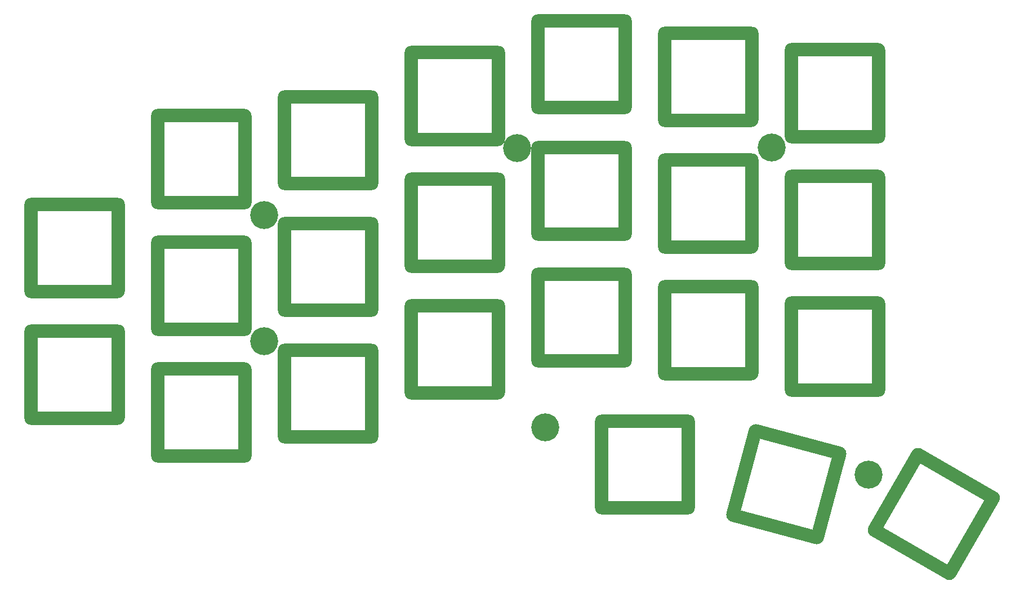
<source format=gbr>
%TF.GenerationSoftware,KiCad,Pcbnew,(6.0.0)*%
%TF.CreationDate,2022-01-01T14:14:11+04:00*%
%TF.ProjectId,top plate,746f7020-706c-4617-9465-2e6b69636164,rev?*%
%TF.SameCoordinates,Original*%
%TF.FileFunction,Soldermask,Bot*%
%TF.FilePolarity,Negative*%
%FSLAX46Y46*%
G04 Gerber Fmt 4.6, Leading zero omitted, Abs format (unit mm)*
G04 Created by KiCad (PCBNEW (6.0.0)) date 2022-01-01 14:14:11*
%MOMM*%
%LPD*%
G01*
G04 APERTURE LIST*
G04 Aperture macros list*
%AMHorizOval*
0 Thick line with rounded ends*
0 $1 width*
0 $2 $3 position (X,Y) of the first rounded end (center of the circle)*
0 $4 $5 position (X,Y) of the second rounded end (center of the circle)*
0 Add line between two ends*
20,1,$1,$2,$3,$4,$5,0*
0 Add two circle primitives to create the rounded ends*
1,1,$1,$2,$3*
1,1,$1,$4,$5*%
G04 Aperture macros list end*
%ADD10O,15.000000X2.000000*%
%ADD11O,2.000000X15.000000*%
%ADD12C,4.200000*%
%ADD13HorizOval,2.000000X-5.629165X3.250000X5.629165X-3.250000X0*%
%ADD14HorizOval,2.000000X3.250000X5.629165X-3.250000X-5.629165X0*%
%ADD15HorizOval,2.000000X6.278518X-1.682324X-6.278518X1.682324X0*%
%ADD16HorizOval,2.000000X-1.682324X-6.278518X1.682324X6.278518X0*%
G04 APERTURE END LIST*
D10*
%TO.C,REF\u002A\u002A*%
X122859998Y-82620000D03*
D11*
X129409998Y-89170000D03*
X116309998Y-89170000D03*
D10*
X122859998Y-95720000D03*
%TD*%
D12*
%TO.C,*%
X189530337Y-71255502D03*
%TD*%
D13*
%TO.C,REF\u002A\u002A*%
X217215000Y-120647534D03*
X210665000Y-131992466D03*
D14*
X219612466Y-129595000D03*
X208267534Y-123045000D03*
%TD*%
D11*
%TO.C,REF\u002A\u002A*%
X148470000Y-101560000D03*
D10*
X141920000Y-95010000D03*
D11*
X135370000Y-101560000D03*
D10*
X141920000Y-108110000D03*
%TD*%
D12*
%TO.C,*%
X204070337Y-120425503D03*
%TD*%
%TO.C,*%
X113260337Y-81405502D03*
%TD*%
D11*
%TO.C,REF\u002A\u002A*%
X129409998Y-108220003D03*
X116309998Y-108220003D03*
D10*
X122859998Y-114770003D03*
X122859998Y-101670003D03*
%TD*%
D12*
%TO.C,*%
X155540339Y-113305501D03*
%TD*%
D11*
%TO.C,REF\u002A\u002A*%
X154420000Y-77740000D03*
D10*
X160970000Y-71190000D03*
D11*
X167520000Y-77740000D03*
D10*
X160970000Y-84290000D03*
%TD*%
D11*
%TO.C,REF\u002A\u002A*%
X91319996Y-105369998D03*
D10*
X84769996Y-98819998D03*
X84769996Y-111919998D03*
D11*
X78219996Y-105369998D03*
%TD*%
D12*
%TO.C,*%
X151290000Y-71350000D03*
%TD*%
D11*
%TO.C,REF\u002A\u002A*%
X205620000Y-82130000D03*
X192520000Y-82130000D03*
D10*
X199070000Y-88680000D03*
X199070000Y-75580000D03*
%TD*%
%TO.C,REF\u002A\u002A*%
X199070000Y-56520000D03*
D11*
X192520000Y-63070000D03*
D10*
X199070000Y-69620000D03*
D11*
X205620000Y-63070000D03*
%TD*%
D12*
%TO.C,*%
X113260338Y-100365503D03*
%TD*%
D11*
%TO.C,REF\u002A\u002A*%
X116310000Y-70120000D03*
D10*
X122860000Y-63570000D03*
D11*
X129410000Y-70120000D03*
D10*
X122860000Y-76670000D03*
%TD*%
%TO.C,REF\u002A\u002A*%
X180020000Y-105250003D03*
X180020000Y-92150003D03*
D11*
X173470000Y-98700003D03*
X186570000Y-98700003D03*
%TD*%
D10*
%TO.C,REF\u002A\u002A*%
X160970002Y-65240000D03*
D11*
X167520002Y-58690000D03*
X154420002Y-58690000D03*
D10*
X160970002Y-52140000D03*
%TD*%
%TO.C,REF\u002A\u002A*%
X170490000Y-112340000D03*
D11*
X163940000Y-118890000D03*
X177040000Y-118890000D03*
D10*
X170490000Y-125440000D03*
%TD*%
%TO.C,REF\u002A\u002A*%
X103809996Y-104529997D03*
D11*
X110359996Y-111079997D03*
D10*
X103809996Y-117629997D03*
D11*
X97259996Y-111079997D03*
%TD*%
%TO.C,REF\u002A\u002A*%
X148470002Y-63459997D03*
D10*
X141920002Y-70009997D03*
X141920002Y-56909997D03*
D11*
X135370002Y-63459997D03*
%TD*%
%TO.C,REF\u002A\u002A*%
X97259998Y-72979994D03*
X110359998Y-72979994D03*
D10*
X103809998Y-66429994D03*
X103809998Y-79529994D03*
%TD*%
%TO.C,REF\u002A\u002A*%
X141920000Y-89059997D03*
D11*
X148470000Y-82509997D03*
D10*
X141920000Y-75959997D03*
D11*
X135370000Y-82509997D03*
%TD*%
D10*
%TO.C,REF\u002A\u002A*%
X103809996Y-98579994D03*
D11*
X110359996Y-92029994D03*
D10*
X103809996Y-85479994D03*
D11*
X97259996Y-92029994D03*
%TD*%
%TO.C,REF\u002A\u002A*%
X91319995Y-86320000D03*
D10*
X84769995Y-92870000D03*
D11*
X78219995Y-86320000D03*
D10*
X84769995Y-79770000D03*
%TD*%
D11*
%TO.C,REF\u002A\u002A*%
X173470000Y-79650000D03*
X186570000Y-79650000D03*
D10*
X180020000Y-86200000D03*
X180020000Y-73100000D03*
%TD*%
D11*
%TO.C,REF\u002A\u002A*%
X154420000Y-96790003D03*
D10*
X160970000Y-90240003D03*
X160970000Y-103340003D03*
D11*
X167520000Y-96790003D03*
%TD*%
D10*
%TO.C,REF\u002A\u002A*%
X180020002Y-67150000D03*
D11*
X173470002Y-60600000D03*
D10*
X180020002Y-54050000D03*
D11*
X186570002Y-60600000D03*
%TD*%
%TO.C,REF\u002A\u002A*%
X205620000Y-101170000D03*
D10*
X199070000Y-94620000D03*
X199070000Y-107720000D03*
D11*
X192520000Y-101170000D03*
%TD*%
D15*
%TO.C,REF\u002A\u002A*%
X193425265Y-115523186D03*
X190034735Y-128176814D03*
D16*
X185403186Y-120154735D03*
X198056814Y-123545265D03*
%TD*%
M02*

</source>
